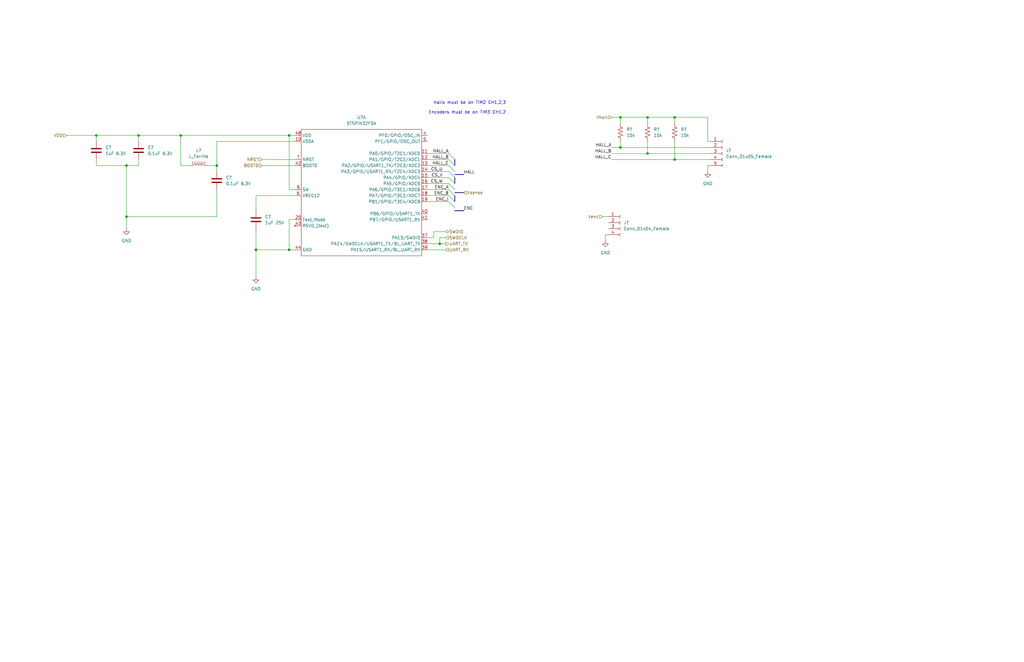
<source format=kicad_sch>
(kicad_sch (version 20210621) (generator eeschema)
  (paper "B")
  (lib_symbols
    (symbol "Connector:Conn_01x04_Female" (pin_names (offset 1.016) hide)
      (property "Reference" "J" (at 0 5.08 0))
      (property "Value" "Conn_01x04_Female" (at 0 -7.62 0))
      (symbol "Conn_01x04_Female_1_1"
        (arc (start 0 -4.572) (end 0 -5.588) (radius (at 0 -5.08) (length 0.508) (angles 90.1 -90.1)) (stroke (width 0.1524)))
        (arc (start 0 -2.032) (end 0 -3.048) (radius (at 0 -2.54) (length 0.508) (angles 90.1 -90.1)) (stroke (width 0.1524)))
        (arc (start 0 0.508) (end 0 -0.508) (radius (at 0 0) (length 0.508) (angles 90.1 -90.1)) (stroke (width 0.1524)))
        (arc (start 0 3.048) (end 0 2.032) (radius (at 0 2.54) (length 0.508) (angles 90.1 -90.1)) (stroke (width 0.1524)))
        (polyline (pts (xy -1.27 -5.08) (xy -0.508 -5.08)) (stroke (width 0.1524)))
        (polyline (pts (xy -1.27 -2.54) (xy -0.508 -2.54)) (stroke (width 0.1524)))
        (polyline (pts (xy -1.27 0) (xy -0.508 0)) (stroke (width 0.1524)))
        (polyline (pts (xy -1.27 2.54) (xy -0.508 2.54)) (stroke (width 0.1524)))
        (pin passive line (at -5.08 2.54 0) (length 3.81) (name "Pin_1") (number "1"))
        (pin passive line (at -5.08 0 0) (length 3.81) (name "Pin_2") (number "2"))
        (pin passive line (at -5.08 -2.54 0) (length 3.81) (name "Pin_3") (number "3"))
        (pin passive line (at -5.08 -5.08 0) (length 3.81) (name "Pin_4") (number "4"))
      )
    )
    (symbol "Connector:Conn_01x05_Female" (pin_names (offset 1.016) hide)
      (property "Reference" "J" (at 0 7.62 0))
      (property "Value" "Conn_01x05_Female" (at 0 -7.62 0))
      (symbol "Conn_01x05_Female_1_1"
        (arc (start 0 -4.572) (end 0 -5.588) (radius (at 0 -5.08) (length 0.508) (angles 90.1 -90.1)) (stroke (width 0.1524)))
        (arc (start 0 -2.032) (end 0 -3.048) (radius (at 0 -2.54) (length 0.508) (angles 90.1 -90.1)) (stroke (width 0.1524)))
        (arc (start 0 0.508) (end 0 -0.508) (radius (at 0 0) (length 0.508) (angles 90.1 -90.1)) (stroke (width 0.1524)))
        (arc (start 0 3.048) (end 0 2.032) (radius (at 0 2.54) (length 0.508) (angles 90.1 -90.1)) (stroke (width 0.1524)))
        (arc (start 0 5.588) (end 0 4.572) (radius (at 0 5.08) (length 0.508) (angles 90.1 -90.1)) (stroke (width 0.1524)))
        (polyline (pts (xy -1.27 -5.08) (xy -0.508 -5.08)) (stroke (width 0.1524)))
        (polyline (pts (xy -1.27 -2.54) (xy -0.508 -2.54)) (stroke (width 0.1524)))
        (polyline (pts (xy -1.27 0) (xy -0.508 0)) (stroke (width 0.1524)))
        (polyline (pts (xy -1.27 2.54) (xy -0.508 2.54)) (stroke (width 0.1524)))
        (polyline (pts (xy -1.27 5.08) (xy -0.508 5.08)) (stroke (width 0.1524)))
        (pin passive line (at -5.08 5.08 0) (length 3.81) (name "Pin_1") (number "1"))
        (pin passive line (at -5.08 2.54 0) (length 3.81) (name "Pin_2") (number "2"))
        (pin passive line (at -5.08 0 0) (length 3.81) (name "Pin_3") (number "3"))
        (pin passive line (at -5.08 -2.54 0) (length 3.81) (name "Pin_4") (number "4"))
        (pin passive line (at -5.08 -5.08 0) (length 3.81) (name "Pin_5") (number "5"))
      )
    )
    (symbol "Device:C" (pin_numbers hide) (pin_names (offset 0.254))
      (property "Reference" "C" (at 0.635 2.54 0))
      (property "Value" "C" (at 0.635 -2.54 0))
      (symbol "C_0_1"
        (polyline (pts (xy -2.032 -0.762) (xy 2.032 -0.762)) (stroke (width 0.508)))
        (polyline (pts (xy -2.032 0.762) (xy 2.032 0.762)) (stroke (width 0.508)))
      )
      (symbol "C_1_1"
        (pin passive line (at 0 3.81 270) (length 2.794) (name "~") (number "1"))
        (pin passive line (at 0 -3.81 90) (length 2.794) (name "~") (number "2"))
      )
    )
    (symbol "Device:L_Ferrite" (pin_numbers hide) (pin_names (offset 1.016) hide)
      (property "Reference" "L" (at -1.27 0 90))
      (property "Value" "L_Ferrite" (at 2.794 0 90))
      (symbol "L_Ferrite_0_1"
        (arc (start 0 -2.54) (end 0 -1.27) (radius (at 0 -1.905) (length 0.635) (angles -89.9 89.9)))
        (arc (start 0 -1.27) (end 0 0) (radius (at 0 -0.635) (length 0.635) (angles -89.9 89.9)))
        (arc (start 0 0) (end 0 1.27) (radius (at 0 0.635) (length 0.635) (angles -89.9 89.9)))
        (arc (start 0 1.27) (end 0 2.54) (radius (at 0 1.905) (length 0.635) (angles -89.9 89.9)))
        (polyline (pts (xy 1.016 -2.794) (xy 1.016 -2.286)))
        (polyline (pts (xy 1.016 -1.778) (xy 1.016 -1.27)))
        (polyline (pts (xy 1.016 -0.762) (xy 1.016 -0.254)))
        (polyline (pts (xy 1.016 0.254) (xy 1.016 0.762)))
        (polyline (pts (xy 1.016 1.27) (xy 1.016 1.778)))
        (polyline (pts (xy 1.016 2.286) (xy 1.016 2.794)))
        (polyline (pts (xy 1.524 -2.286) (xy 1.524 -2.794)))
        (polyline (pts (xy 1.524 -1.27) (xy 1.524 -1.778)))
        (polyline (pts (xy 1.524 -0.254) (xy 1.524 -0.762)))
        (polyline (pts (xy 1.524 0.762) (xy 1.524 0.254)))
        (polyline (pts (xy 1.524 1.778) (xy 1.524 1.27)))
        (polyline (pts (xy 1.524 2.794) (xy 1.524 2.286)))
      )
      (symbol "L_Ferrite_1_1"
        (pin passive line (at 0 3.81 270) (length 1.27) (name "1") (number "1"))
        (pin passive line (at 0 -3.81 90) (length 1.27) (name "2") (number "2"))
      )
    )
    (symbol "Device:R_US" (pin_numbers hide) (pin_names (offset 0))
      (property "Reference" "R" (at 2.54 0 90))
      (property "Value" "R_US" (at -2.54 0 90))
      (symbol "R_US_0_1"
        (polyline (pts (xy 0 -2.286) (xy 0 -2.54)))
        (polyline (pts (xy 0 2.286) (xy 0 2.54)))
        (polyline (pts (xy 0 -0.762) (xy 1.016 -1.143) (xy 0 -1.524) (xy -1.016 -1.905) (xy 0 -2.286)))
        (polyline (pts (xy 0 0.762) (xy 1.016 0.381) (xy 0 0) (xy -1.016 -0.381) (xy 0 -0.762)))
        (polyline (pts (xy 0 2.286) (xy 1.016 1.905) (xy 0 1.524) (xy -1.016 1.143) (xy 0 0.762)))
      )
      (symbol "R_US_1_1"
        (pin passive line (at 0 3.81 270) (length 1.27) (name "~") (number "1"))
        (pin passive line (at 0 -3.81 90) (length 1.27) (name "~") (number "2"))
      )
    )
    (symbol "power:GND" (power) (pin_names (offset 0))
      (property "Value" "GND" (at 0 -3.81 0))
      (symbol "GND_0_1"
        (polyline (pts (xy 0 0) (xy 0 -1.27) (xy 1.27 -1.27) (xy 0 -2.54) (xy -1.27 -1.27) (xy 0 -1.27)))
      )
      (symbol "GND_1_1"
        (pin power_in line (at 0 0 270) (length 0) hide (name "GND") (number "1"))
      )
    )
    (symbol "st_microcontrollers:STSPIN32F0A"
      (property "Reference" "U" (at 0 -17.78 0))
      (property "Value" "STSPIN32F0A" (at 0 40.64 0))
      (symbol "STSPIN32F0A_1_1"
        (rectangle (start -25.4 38.1) (end 25.4 -15.24) (stroke (width 0.1524)))
        (pin power_in line (at -27.94 33.02 0) (length 2.54) (name "VDDA") (number "10"))
        (pin bidirectional line (at 27.94 27.94 180) (length 2.54) (name "PA0/GPIO/T2C1/ADC0") (number "11"))
        (pin bidirectional line (at 27.94 25.4 180) (length 2.54) (name "PA1/GPIO/T2C2/ADC1") (number "12"))
        (pin bidirectional line (at 27.94 22.86 180) (length 2.54) (name "PA2/GPIO/USART1_TX/T2C3/ADC2") (number "13"))
        (pin bidirectional line (at 27.94 20.32 180) (length 2.54) (name "PA3/GPIO/USART1_RX/T2C4/ADC3") (number "14"))
        (pin bidirectional line (at 27.94 17.78 180) (length 2.54) (name "PA4/GPIO/ADC4") (number "15"))
        (pin bidirectional line (at 27.94 15.24 180) (length 2.54) (name "PA5/GPIO/ADC5") (number "16"))
        (pin bidirectional line (at 27.94 12.7 180) (length 2.54) (name "PA6/GPIO/T3C1/ADC6") (number "17"))
        (pin bidirectional line (at 27.94 10.16 180) (length 2.54) (name "PA7/GPIO/T3C2/ADC7") (number "18"))
        (pin bidirectional line (at 27.94 7.62 180) (length 2.54) (name "PB1/GPIO/T3C4/ADC9") (number "19"))
        (pin input line (at -27.94 0 0) (length 2.54) (name "Test_Mode") (number "20"))
        (pin input line (at 27.94 -7.62 180) (length 2.54) (name "PA13/SWDIO") (number "37"))
        (pin input line (at 27.94 -10.16 180) (length 2.54) (name "PA14/SWDCLK/USART1_TX/BL_UART_TX") (number "38"))
        (pin input line (at 27.94 -12.7 180) (length 2.54) (name "PA15/USART1_RX/BL_UART_RX") (number "39"))
        (pin bidirectional line (at 27.94 35.56 180) (length 2.54) (name "PF0/GPIO/OSC_IN") (number "4"))
        (pin bidirectional line (at 27.94 2.54 180) (length 2.54) (name "PB6/GPIO/USART1_TX") (number "40"))
        (pin bidirectional line (at 27.94 0 180) (length 2.54) (name "PB7/GPIO/USART1_RX") (number "41"))
        (pin bidirectional line (at -27.94 22.86 0) (length 2.54) (name "BOOT0") (number "42"))
        (pin no_connect line (at -27.94 -2.54 0) (length 2.54) (name "RSVD_(test)") (number "43"))
        (pin power_in line (at -27.94 -12.7 0) (length 2.54) (name "GND") (number "44"))
        (pin power_in line (at -27.94 35.56 0) (length 2.54) (name "VDD") (number "48"))
        (pin bidirectional line (at 27.94 33.02 180) (length 2.54) (name "PF1/GPIO/OSC_OUT") (number "5"))
        (pin bidirectional line (at -27.94 10.16 0) (length 2.54) (name "VREG12") (number "6"))
        (pin bidirectional line (at -27.94 25.4 0) (length 2.54) (name "NRST") (number "7"))
        (pin bidirectional line (at -27.94 12.7 0) (length 2.54) (name "SW") (number "9"))
      )
      (symbol "STSPIN32F0A_2_1"
        (rectangle (start -11.43 38.1) (end 12.7 -38.1) (stroke (width 0.1524)))
        (pin output line (at 15.24 -30.48 180) (length 2.54) (name "HSW") (number "25"))
        (pin bidirectional line (at 15.24 -33.02 180) (length 2.54) (name "OUTW") (number "26"))
        (pin bidirectional line (at 15.24 -20.32 180) (length 2.54) (name "VBOOTW") (number "27"))
        (pin output line (at 15.24 -35.56 180) (length 2.54) (name "LSW") (number "28"))
        (pin output line (at 15.24 -2.54 180) (length 2.54) (name "HSV") (number "29"))
        (pin bidirectional line (at 15.24 -5.08 180) (length 2.54) (name "OUTV") (number "30"))
        (pin bidirectional line (at 15.24 7.62 180) (length 2.54) (name "VBOOTV") (number "31"))
        (pin output line (at 15.24 -7.62 180) (length 2.54) (name "LSV") (number "32"))
        (pin output line (at 15.24 25.4 180) (length 2.54) (name "HSU") (number "33"))
        (pin bidirectional line (at 15.24 22.86 180) (length 2.54) (name "OUTU") (number "34"))
        (pin bidirectional line (at 15.24 35.56 180) (length 2.54) (name "VBOOTU") (number "35"))
        (pin output line (at 15.24 20.32 180) (length 2.54) (name "LSU") (number "36"))
        (pin power_in line (at -13.97 -35.56 0) (length 2.54) (name "EPAD/GND") (number "49"))
        (pin power_in line (at -13.97 35.56 0) (length 2.54) (name "VM/VMotor") (number "8"))
      )
      (symbol "STSPIN32F0A_3_1"
        (polyline (pts (xy -2.54 5.08) (xy -2.54 -5.08) (xy 3.81 0) (xy -2.54 5.08)) (stroke (width 0.1524)))
        (pin output line (at 6.35 0 180) (length 2.54) (name "OP1O") (number "21"))
        (pin input inverted (at -5.08 2.54 0) (length 2.54) (name "OP1N") (number "22"))
        (pin input line (at -5.08 -2.54 0) (length 2.54) (name "OP1P") (number "23"))
      )
      (symbol "STSPIN32F0A_4_1"
        (polyline (pts (xy -2.54 5.08) (xy -2.54 -5.08) (xy 3.81 0) (xy -2.54 5.08)) (stroke (width 0.1524)))
        (pin input line (at -5.08 -2.54 0) (length 2.54) (name "OP2P") (number "1"))
        (pin input inverted (at -5.08 2.54 0) (length 2.54) (name "OP2N") (number "2"))
        (pin output line (at 6.35 0 180) (length 2.54) (name "OP2O") (number "3"))
      )
      (symbol "STSPIN32F0A_5_1"
        (polyline (pts (xy -2.54 5.08) (xy -2.54 -5.08) (xy 3.81 0) (xy -2.54 5.08)) (stroke (width 0.1524)))
        (pin input line (at -5.08 -2.54 0) (length 2.54) (name "OP3P") (number "45"))
        (pin input inverted (at -5.08 2.54 0) (length 2.54) (name "OP3N") (number "46"))
        (pin output line (at 6.35 0 180) (length 2.54) (name "OP3O") (number "47"))
      )
      (symbol "STSPIN32F0A_6_1"
        (polyline (pts (xy -5.715 3.175) (xy -4.445 1.905)) (stroke (width 0.1524)))
        (polyline (pts (xy -4.445 3.175) (xy -5.715 1.905)) (stroke (width 0.1524)))
        (polyline (pts (xy -2.54 2.54) (xy -5.08 2.54)) (stroke (width 0.1524)))
        (polyline (pts (xy 3.81 0) (xy 6.35 0)) (stroke (width 0.1524)))
        (polyline (pts (xy 5.715 -0.635) (xy 6.985 0.635)) (stroke (width 0.1524)))
        (polyline (pts (xy 5.715 0.635) (xy 6.985 -0.635)) (stroke (width 0.1524)))
        (polyline (pts (xy -2.54 5.08) (xy -2.54 -5.08) (xy 3.81 0) (xy -2.54 5.08)) (stroke (width 0.1524)))
        (pin input line (at -5.08 -2.54 0) (length 2.54) (name "OC_Comp") (number "24"))
      )
    )
  )
  (junction (at 40.64 57.15) (diameter 0.9144))
  (junction (at 53.34 69.85) (diameter 0.9144))
  (junction (at 53.34 91.44) (diameter 0.9144))
  (junction (at 58.42 57.15) (diameter 0.9144))
  (junction (at 76.2 57.15) (diameter 0.9144))
  (junction (at 91.44 69.85) (diameter 0.9144))
  (junction (at 107.95 105.41) (diameter 0.9144))
  (junction (at 121.92 57.15) (diameter 0.9144))
  (junction (at 121.92 105.41) (diameter 0.9144))
  (junction (at 185.42 102.87) (diameter 0.9144))
  (junction (at 261.62 49.53) (diameter 0.9144))
  (junction (at 261.62 62.23) (diameter 0.9144))
  (junction (at 273.05 49.53) (diameter 0.9144))
  (junction (at 273.05 64.77) (diameter 0.9144))
  (junction (at 284.48 49.53) (diameter 0.9144))
  (junction (at 284.48 67.31) (diameter 0.9144))
  (bus_entry (at 189.23 64.77) (size 2.54 2.54))
  (bus_entry (at 189.23 67.31) (size 2.54 2.54))
  (bus_entry (at 189.23 69.85) (size 2.54 2.54))
  (bus_entry (at 189.23 72.39) (size 2.54 2.54))
  (bus_entry (at 189.23 74.93) (size 2.54 2.54))
  (bus_entry (at 189.23 77.47) (size 2.54 2.54))
  (bus_entry (at 189.23 80.01) (size 2.54 2.54))
  (bus_entry (at 189.23 82.55) (size 2.54 2.54))
  (bus_entry (at 189.23 85.09) (size 2.54 2.54))
  (wire (pts (xy 27.94 57.15) (xy 40.64 57.15)))
  (wire (pts (xy 40.64 57.15) (xy 40.64 59.69)))
  (wire (pts (xy 40.64 57.15) (xy 58.42 57.15)))
  (wire (pts (xy 40.64 67.31) (xy 40.64 69.85)))
  (wire (pts (xy 40.64 69.85) (xy 53.34 69.85)))
  (wire (pts (xy 53.34 69.85) (xy 53.34 91.44)))
  (wire (pts (xy 53.34 69.85) (xy 58.42 69.85)))
  (wire (pts (xy 53.34 91.44) (xy 53.34 96.52)))
  (wire (pts (xy 53.34 91.44) (xy 91.44 91.44)))
  (wire (pts (xy 58.42 57.15) (xy 58.42 59.69)))
  (wire (pts (xy 58.42 57.15) (xy 76.2 57.15)))
  (wire (pts (xy 58.42 69.85) (xy 58.42 67.31)))
  (wire (pts (xy 76.2 57.15) (xy 121.92 57.15)))
  (wire (pts (xy 76.2 69.85) (xy 76.2 57.15)))
  (wire (pts (xy 80.01 69.85) (xy 76.2 69.85)))
  (wire (pts (xy 87.63 69.85) (xy 91.44 69.85)))
  (wire (pts (xy 91.44 59.69) (xy 91.44 69.85)))
  (wire (pts (xy 91.44 69.85) (xy 91.44 72.39)))
  (wire (pts (xy 91.44 80.01) (xy 91.44 91.44)))
  (wire (pts (xy 107.95 82.55) (xy 107.95 88.9)))
  (wire (pts (xy 107.95 96.52) (xy 107.95 105.41)))
  (wire (pts (xy 107.95 105.41) (xy 107.95 116.84)))
  (wire (pts (xy 107.95 105.41) (xy 121.92 105.41)))
  (wire (pts (xy 110.49 67.31) (xy 124.46 67.31)))
  (wire (pts (xy 110.49 69.85) (xy 124.46 69.85)))
  (wire (pts (xy 121.92 57.15) (xy 121.92 80.01)))
  (wire (pts (xy 121.92 57.15) (xy 124.46 57.15)))
  (wire (pts (xy 121.92 92.71) (xy 121.92 105.41)))
  (wire (pts (xy 121.92 105.41) (xy 124.46 105.41)))
  (wire (pts (xy 124.46 59.69) (xy 91.44 59.69)))
  (wire (pts (xy 124.46 80.01) (xy 121.92 80.01)))
  (wire (pts (xy 124.46 82.55) (xy 107.95 82.55)))
  (wire (pts (xy 124.46 92.71) (xy 121.92 92.71)))
  (wire (pts (xy 180.34 64.77) (xy 189.23 64.77)))
  (wire (pts (xy 180.34 67.31) (xy 189.23 67.31)))
  (wire (pts (xy 180.34 69.85) (xy 189.23 69.85)))
  (wire (pts (xy 180.34 72.39) (xy 189.23 72.39)))
  (wire (pts (xy 180.34 74.93) (xy 189.23 74.93)))
  (wire (pts (xy 180.34 77.47) (xy 189.23 77.47)))
  (wire (pts (xy 180.34 80.01) (xy 189.23 80.01)))
  (wire (pts (xy 180.34 82.55) (xy 189.23 82.55)))
  (wire (pts (xy 180.34 85.09) (xy 189.23 85.09)))
  (wire (pts (xy 180.34 102.87) (xy 185.42 102.87)))
  (wire (pts (xy 180.34 105.41) (xy 187.96 105.41)))
  (wire (pts (xy 182.88 97.79) (xy 182.88 100.33)))
  (wire (pts (xy 182.88 100.33) (xy 180.34 100.33)))
  (wire (pts (xy 185.42 100.33) (xy 185.42 102.87)))
  (wire (pts (xy 185.42 102.87) (xy 187.96 102.87)))
  (wire (pts (xy 187.96 97.79) (xy 182.88 97.79)))
  (wire (pts (xy 187.96 100.33) (xy 185.42 100.33)))
  (wire (pts (xy 254 91.44) (xy 256.54 91.44)))
  (wire (pts (xy 255.27 99.06) (xy 255.27 101.6)))
  (wire (pts (xy 256.54 99.06) (xy 255.27 99.06)))
  (wire (pts (xy 257.81 49.53) (xy 261.62 49.53)))
  (wire (pts (xy 257.81 62.23) (xy 261.62 62.23)))
  (wire (pts (xy 257.81 64.77) (xy 273.05 64.77)))
  (wire (pts (xy 257.81 67.31) (xy 284.48 67.31)))
  (wire (pts (xy 261.62 49.53) (xy 261.62 52.07)))
  (wire (pts (xy 261.62 59.69) (xy 261.62 62.23)))
  (wire (pts (xy 261.62 62.23) (xy 299.72 62.23)))
  (wire (pts (xy 273.05 49.53) (xy 261.62 49.53)))
  (wire (pts (xy 273.05 49.53) (xy 273.05 52.07)))
  (wire (pts (xy 273.05 59.69) (xy 273.05 64.77)))
  (wire (pts (xy 273.05 64.77) (xy 299.72 64.77)))
  (wire (pts (xy 284.48 49.53) (xy 273.05 49.53)))
  (wire (pts (xy 284.48 49.53) (xy 284.48 52.07)))
  (wire (pts (xy 284.48 49.53) (xy 298.45 49.53)))
  (wire (pts (xy 284.48 59.69) (xy 284.48 67.31)))
  (wire (pts (xy 284.48 67.31) (xy 299.72 67.31)))
  (wire (pts (xy 298.45 49.53) (xy 298.45 59.69)))
  (wire (pts (xy 298.45 59.69) (xy 299.72 59.69)))
  (wire (pts (xy 298.45 69.85) (xy 298.45 72.39)))
  (wire (pts (xy 299.72 69.85) (xy 298.45 69.85)))
  (bus (pts (xy 191.77 67.31) (xy 191.77 73.66)))
  (bus (pts (xy 191.77 73.66) (xy 195.58 73.66)))
  (bus (pts (xy 191.77 74.93) (xy 191.77 81.28)))
  (bus (pts (xy 191.77 81.28) (xy 195.58 81.28)))
  (bus (pts (xy 191.77 82.55) (xy 191.77 88.9)))
  (bus (pts (xy 191.77 88.9) (xy 195.58 88.9)))
  (text "Halls must be on TIM2 CH1,2,3\n\nEncoders must be on TIM3 CH1,2" (at 213.36 48.26 0) (effects (font (size 1.27 1.27)) (justify right bottom)))
  (label "CS_U" (at 186.69 72.39 180))
  (label "CS_V" (at 186.69 74.93 180))
  (label "CS_W" (at 186.69 77.47 180))
  (label "HALL_A" (at 189.23 64.77 180))
  (label "HALL_B" (at 189.23 67.31 180))
  (label "HALL_C" (at 189.23 69.85 180))
  (label "ENC_A" (at 189.23 80.01 180))
  (label "ENC_B" (at 189.23 82.55 180))
  (label "ENC_I" (at 189.23 85.09 180))
  (label "HALL" (at 195.58 73.66 0))
  (label "ENC" (at 195.58 88.9 0))
  (label "HALL_A" (at 257.81 62.23 180))
  (label "HALL_B" (at 257.81 64.77 180))
  (label "HALL_C" (at 257.81 67.31 180))
  (hierarchical_label "VDD" (shape input) (at 27.94 57.15 180))
  (hierarchical_label "NRST" (shape input) (at 110.49 67.31 180))
  (hierarchical_label "BOOT0" (shape input) (at 110.49 69.85 180))
  (hierarchical_label "SWDIO" (shape bidirectional) (at 187.96 97.79 0))
  (hierarchical_label "SWDCLK" (shape input) (at 187.96 100.33 0))
  (hierarchical_label "UART_TX" (shape output) (at 187.96 102.87 0))
  (hierarchical_label "UART_RX" (shape input) (at 187.96 105.41 0))
  (hierarchical_label "Vsense" (shape input) (at 195.58 81.28 0))
  (hierarchical_label "Venc" (shape input) (at 254 91.44 180))
  (hierarchical_label "Vhall" (shape input) (at 257.81 49.53 180))
  (symbol (lib_id "power:GND") (at 53.34 96.52 0) (unit 1)
    (property "Reference" "#PWR?" (effects hide))
    (property "Value" "GND" (at 53.34 101.6 0))
  )
  (symbol (lib_id "power:GND") (at 107.95 116.84 0) (unit 1)
    (property "Reference" "#PWR?" (effects hide))
    (property "Value" "GND" (at 107.95 121.92 0))
  )
  (symbol (lib_id "power:GND") (at 255.27 101.6 0) (unit 1)
    (property "Reference" "#PWR?" (effects hide))
    (property "Value" "GND" (at 255.27 106.68 0))
  )
  (symbol (lib_id "power:GND") (at 298.45 72.39 0) (unit 1)
    (property "Reference" "#PWR?" (effects hide))
    (property "Value" "GND" (at 298.45 77.47 0))
  )
  (symbol (lib_id "Device:L_Ferrite") (at 83.82 69.85 90) (unit 1)
    (property "Reference" "L?" (at 83.82 63.5 90))
    (property "Value" "L_Ferrite" (at 83.82 66.04 90))
  )
  (symbol (lib_id "Device:R_US") (at 261.62 55.88 0) (unit 1)
    (property "Reference" "R?" (at 264.16 54.6099 0) (effects (justify left)))
    (property "Value" "10k" (at 264.16 57.1499 0) (effects (justify left)))
  )
  (symbol (lib_id "Device:R_US") (at 273.05 55.88 0) (unit 1)
    (property "Reference" "R?" (at 275.59 54.6099 0) (effects (justify left)))
    (property "Value" "10k" (at 275.59 57.1499 0) (effects (justify left)))
  )
  (symbol (lib_id "Device:R_US") (at 284.48 55.88 0) (unit 1)
    (property "Reference" "R?" (at 287.02 54.6099 0) (effects (justify left)))
    (property "Value" "10k" (at 287.02 57.1499 0) (effects (justify left)))
  )
  (symbol (lib_id "Device:C") (at 40.64 63.5 0) (unit 1)
    (property "Reference" "C?" (at 44.45 62.2299 0) (effects (justify left)))
    (property "Value" "1uF 6.3V" (at 44.45 64.7699 0) (effects (justify left)))
  )
  (symbol (lib_id "Device:C") (at 58.42 63.5 0) (unit 1)
    (property "Reference" "C?" (at 62.23 62.2299 0) (effects (justify left)))
    (property "Value" "0.1uF 6.3V" (at 62.23 64.7699 0) (effects (justify left)))
  )
  (symbol (lib_id "Device:C") (at 91.44 76.2 0) (unit 1)
    (property "Reference" "C?" (at 95.25 74.9299 0) (effects (justify left)))
    (property "Value" "0.1uF 6.3V" (at 95.25 77.4699 0) (effects (justify left)))
  )
  (symbol (lib_id "Device:C") (at 107.95 92.71 0) (unit 1)
    (property "Reference" "C?" (at 111.76 91.4399 0) (effects (justify left)))
    (property "Value" "1uF 25V" (at 111.76 93.9799 0) (effects (justify left)))
  )
  (symbol (lib_id "Connector:Conn_01x04_Female") (at 261.62 93.98 0) (unit 1)
    (property "Reference" "J?" (at 262.89 93.9799 0) (effects (justify left)))
    (property "Value" "Conn_01x04_Female" (at 262.89 96.5199 0) (effects (justify left)))
  )
  (symbol (lib_id "Connector:Conn_01x05_Female") (at 304.8 64.77 0) (unit 1)
    (property "Reference" "J?" (at 306.07 63.4999 0) (effects (justify left)))
    (property "Value" "Conn_01x05_Female" (at 306.07 66.0399 0) (effects (justify left)))
  )
  (symbol (lib_id "st_microcontrollers:STSPIN32F0A") (at 152.4 92.71 0) (unit 1)
    (property "Reference" "U?" (at 152.4 49.53 0))
    (property "Value" "STSPIN32F0A" (at 152.4 52.07 0))
  )
)
</source>
